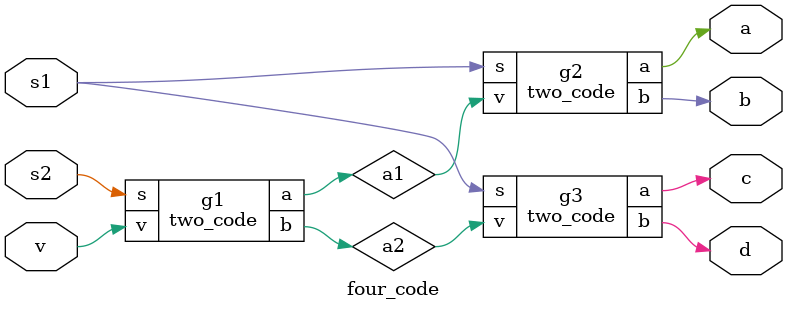
<source format=v>
`timescale 1ns / 1ps
module two_code(v,s,a,b);
input v,s;
output a,b;
wire a1,a2;
and g1(a,v,~s);
and g2(b,v,s);

endmodule
module four_code(v,s1,s2,a,b,c,d);
input v,s1,s2;
output a,b,c,d;
wire a1,a2;
two_code g1(v,s2,a1,a2);
two_code g2(a1,s1,a,b);
two_code g3(a2,s1,c,d);
endmodule

</source>
